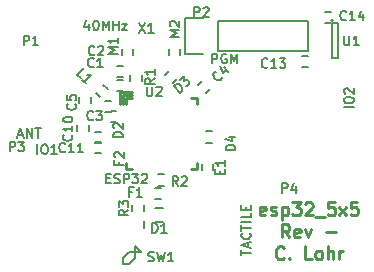
<source format=gto>
G04 #@! TF.FileFunction,Legend,Top*
%FSLAX46Y46*%
G04 Gerber Fmt 4.6, Leading zero omitted, Abs format (unit mm)*
G04 Created by KiCad (PCBNEW 4.0.5-e0-6337~49~ubuntu16.04.1) date Tue May  2 23:34:14 2017*
%MOMM*%
%LPD*%
G01*
G04 APERTURE LIST*
%ADD10C,0.100000*%
%ADD11C,0.200000*%
%ADD12C,0.220000*%
%ADD13C,0.150000*%
%ADD14C,0.250000*%
G04 APERTURE END LIST*
D10*
D11*
X151384000Y-93472000D02*
X151384000Y-92456000D01*
X150876000Y-93980000D02*
X151384000Y-93472000D01*
X150368000Y-93980000D02*
X150876000Y-93980000D01*
X150368000Y-93472000D02*
X150368000Y-93980000D01*
X150876000Y-92964000D02*
X150368000Y-93472000D01*
X151892000Y-92964000D02*
X150876000Y-92964000D01*
X151384000Y-92456000D02*
X151892000Y-92964000D01*
X152160000Y-90880000D02*
X152160000Y-90340000D01*
D12*
X162387143Y-89775238D02*
X162282381Y-89827619D01*
X162072858Y-89827619D01*
X161968096Y-89775238D01*
X161915715Y-89670476D01*
X161915715Y-89251429D01*
X161968096Y-89146667D01*
X162072858Y-89094286D01*
X162282381Y-89094286D01*
X162387143Y-89146667D01*
X162439524Y-89251429D01*
X162439524Y-89356190D01*
X161915715Y-89460952D01*
X162858572Y-89775238D02*
X162963334Y-89827619D01*
X163172858Y-89827619D01*
X163277619Y-89775238D01*
X163330000Y-89670476D01*
X163330000Y-89618095D01*
X163277619Y-89513333D01*
X163172858Y-89460952D01*
X163015715Y-89460952D01*
X162910953Y-89408571D01*
X162858572Y-89303810D01*
X162858572Y-89251429D01*
X162910953Y-89146667D01*
X163015715Y-89094286D01*
X163172858Y-89094286D01*
X163277619Y-89146667D01*
X163801429Y-89094286D02*
X163801429Y-90194286D01*
X163801429Y-89146667D02*
X163906191Y-89094286D01*
X164115714Y-89094286D01*
X164220476Y-89146667D01*
X164272857Y-89199048D01*
X164325238Y-89303810D01*
X164325238Y-89618095D01*
X164272857Y-89722857D01*
X164220476Y-89775238D01*
X164115714Y-89827619D01*
X163906191Y-89827619D01*
X163801429Y-89775238D01*
X164691905Y-88727619D02*
X165372857Y-88727619D01*
X165006191Y-89146667D01*
X165163333Y-89146667D01*
X165268095Y-89199048D01*
X165320476Y-89251429D01*
X165372857Y-89356190D01*
X165372857Y-89618095D01*
X165320476Y-89722857D01*
X165268095Y-89775238D01*
X165163333Y-89827619D01*
X164849048Y-89827619D01*
X164744286Y-89775238D01*
X164691905Y-89722857D01*
X165791905Y-88832381D02*
X165844286Y-88780000D01*
X165949048Y-88727619D01*
X166210952Y-88727619D01*
X166315714Y-88780000D01*
X166368095Y-88832381D01*
X166420476Y-88937143D01*
X166420476Y-89041905D01*
X166368095Y-89199048D01*
X165739524Y-89827619D01*
X166420476Y-89827619D01*
X166630000Y-89932381D02*
X167468095Y-89932381D01*
X168253809Y-88727619D02*
X167730000Y-88727619D01*
X167677619Y-89251429D01*
X167730000Y-89199048D01*
X167834762Y-89146667D01*
X168096666Y-89146667D01*
X168201428Y-89199048D01*
X168253809Y-89251429D01*
X168306190Y-89356190D01*
X168306190Y-89618095D01*
X168253809Y-89722857D01*
X168201428Y-89775238D01*
X168096666Y-89827619D01*
X167834762Y-89827619D01*
X167730000Y-89775238D01*
X167677619Y-89722857D01*
X168672857Y-89827619D02*
X169249047Y-89094286D01*
X168672857Y-89094286D02*
X169249047Y-89827619D01*
X170191904Y-88727619D02*
X169668095Y-88727619D01*
X169615714Y-89251429D01*
X169668095Y-89199048D01*
X169772857Y-89146667D01*
X170034761Y-89146667D01*
X170139523Y-89199048D01*
X170191904Y-89251429D01*
X170244285Y-89356190D01*
X170244285Y-89618095D01*
X170191904Y-89722857D01*
X170139523Y-89775238D01*
X170034761Y-89827619D01*
X169772857Y-89827619D01*
X169668095Y-89775238D01*
X169615714Y-89722857D01*
X164430000Y-91697619D02*
X164063334Y-91173810D01*
X163801429Y-91697619D02*
X163801429Y-90597619D01*
X164220476Y-90597619D01*
X164325238Y-90650000D01*
X164377619Y-90702381D01*
X164430000Y-90807143D01*
X164430000Y-90964286D01*
X164377619Y-91069048D01*
X164325238Y-91121429D01*
X164220476Y-91173810D01*
X163801429Y-91173810D01*
X165320476Y-91645238D02*
X165215714Y-91697619D01*
X165006191Y-91697619D01*
X164901429Y-91645238D01*
X164849048Y-91540476D01*
X164849048Y-91121429D01*
X164901429Y-91016667D01*
X165006191Y-90964286D01*
X165215714Y-90964286D01*
X165320476Y-91016667D01*
X165372857Y-91121429D01*
X165372857Y-91226190D01*
X164849048Y-91330952D01*
X165739524Y-90964286D02*
X166001429Y-91697619D01*
X166263333Y-90964286D01*
X167520476Y-91278571D02*
X168358571Y-91278571D01*
X163958572Y-93462857D02*
X163906191Y-93515238D01*
X163749048Y-93567619D01*
X163644286Y-93567619D01*
X163487144Y-93515238D01*
X163382382Y-93410476D01*
X163330001Y-93305714D01*
X163277620Y-93096190D01*
X163277620Y-92939048D01*
X163330001Y-92729524D01*
X163382382Y-92624762D01*
X163487144Y-92520000D01*
X163644286Y-92467619D01*
X163749048Y-92467619D01*
X163906191Y-92520000D01*
X163958572Y-92572381D01*
X164430001Y-93462857D02*
X164482382Y-93515238D01*
X164430001Y-93567619D01*
X164377620Y-93515238D01*
X164430001Y-93462857D01*
X164430001Y-93567619D01*
X166315715Y-93567619D02*
X165791906Y-93567619D01*
X165791906Y-92467619D01*
X166839525Y-93567619D02*
X166734763Y-93515238D01*
X166682382Y-93462857D01*
X166630001Y-93358095D01*
X166630001Y-93043810D01*
X166682382Y-92939048D01*
X166734763Y-92886667D01*
X166839525Y-92834286D01*
X166996667Y-92834286D01*
X167101429Y-92886667D01*
X167153810Y-92939048D01*
X167206191Y-93043810D01*
X167206191Y-93358095D01*
X167153810Y-93462857D01*
X167101429Y-93515238D01*
X166996667Y-93567619D01*
X166839525Y-93567619D01*
X167677620Y-93567619D02*
X167677620Y-92467619D01*
X168149048Y-93567619D02*
X168149048Y-92991429D01*
X168096667Y-92886667D01*
X167991905Y-92834286D01*
X167834763Y-92834286D01*
X167730001Y-92886667D01*
X167677620Y-92939048D01*
X168672858Y-93567619D02*
X168672858Y-92834286D01*
X168672858Y-93043810D02*
X168725239Y-92939048D01*
X168777620Y-92886667D01*
X168882382Y-92834286D01*
X168987143Y-92834286D01*
D13*
X150340000Y-78345000D02*
X149840000Y-78345000D01*
X149840000Y-79295000D02*
X150340000Y-79295000D01*
X149830000Y-78135000D02*
X150330000Y-78135000D01*
X150330000Y-77185000D02*
X149830000Y-77185000D01*
X148800000Y-81075000D02*
X149300000Y-81075000D01*
X149300000Y-80125000D02*
X148800000Y-80125000D01*
X157369099Y-79462652D02*
X157722652Y-79109099D01*
X157050901Y-78437348D02*
X156697348Y-78790901D01*
X149290000Y-81965000D02*
X149790000Y-81965000D01*
X149790000Y-81015000D02*
X149290000Y-81015000D01*
X153090000Y-88475000D02*
X153590000Y-88475000D01*
X153590000Y-87525000D02*
X153090000Y-87525000D01*
X146655000Y-79810000D02*
X146655000Y-80310000D01*
X147605000Y-80310000D02*
X147605000Y-79810000D01*
X150245000Y-75720000D02*
X150245000Y-76220000D01*
X151195000Y-76220000D02*
X151195000Y-75720000D01*
X155165000Y-76230000D02*
X155165000Y-75730000D01*
X154215000Y-75730000D02*
X154215000Y-76230000D01*
X146485000Y-82180000D02*
X146485000Y-82680000D01*
X147435000Y-82680000D02*
X147435000Y-82180000D01*
X148000000Y-83695000D02*
X148500000Y-83695000D01*
X148500000Y-82745000D02*
X148000000Y-82745000D01*
X157985000Y-86000000D02*
X157985000Y-85500000D01*
X157035000Y-85500000D02*
X157035000Y-86000000D01*
X165470000Y-77265000D02*
X165970000Y-77265000D01*
X165970000Y-76315000D02*
X165470000Y-76315000D01*
X167940000Y-72635000D02*
X167440000Y-72635000D01*
X167440000Y-73585000D02*
X167940000Y-73585000D01*
X148000000Y-84575000D02*
X148500000Y-84575000D01*
X148500000Y-83625000D02*
X148000000Y-83625000D01*
X154260901Y-77637348D02*
X153907348Y-77990901D01*
X154579099Y-78662652D02*
X154932652Y-78309099D01*
X157410000Y-83675000D02*
X157910000Y-83675000D01*
X157910000Y-82725000D02*
X157410000Y-82725000D01*
X153060000Y-89170000D02*
X153760000Y-89170000D01*
X153760000Y-90370000D02*
X153060000Y-90370000D01*
X148017348Y-79439099D02*
X148370901Y-79792652D01*
X149042652Y-79120901D02*
X148689099Y-78767348D01*
X158420000Y-75920000D02*
X166040000Y-75920000D01*
X158420000Y-73380000D02*
X166040000Y-73380000D01*
X155600000Y-73100000D02*
X157150000Y-73100000D01*
X166040000Y-75920000D02*
X166040000Y-73380000D01*
X158420000Y-73380000D02*
X158420000Y-75920000D01*
X157150000Y-76200000D02*
X155600000Y-76200000D01*
X155600000Y-76200000D02*
X155600000Y-73100000D01*
X151985000Y-78460000D02*
X151985000Y-77960000D01*
X150935000Y-77960000D02*
X150935000Y-78460000D01*
X153300000Y-87355000D02*
X153800000Y-87355000D01*
X153800000Y-86305000D02*
X153300000Y-86305000D01*
X152125000Y-89480000D02*
X152125000Y-88980000D01*
X151075000Y-88980000D02*
X151075000Y-89480000D01*
X168130000Y-73320000D02*
G75*
G03X168130000Y-73320000I-100000J0D01*
G01*
X168580000Y-73570000D02*
X168080000Y-73570000D01*
X168580000Y-76470000D02*
X168580000Y-73570000D01*
X168080000Y-76470000D02*
X168580000Y-76470000D01*
X168080000Y-73570000D02*
X168080000Y-76470000D01*
D14*
X151110000Y-85900000D02*
X150610000Y-85900000D01*
X150610000Y-85900000D02*
X150610000Y-85400000D01*
X156610000Y-85400000D02*
X156610000Y-85900000D01*
X156610000Y-85900000D02*
X156110000Y-85900000D01*
X156110000Y-79900000D02*
X156610000Y-79900000D01*
X156610000Y-79900000D02*
X156610000Y-80400000D01*
X151110000Y-79400000D02*
X150110000Y-79400000D01*
X150110000Y-79400000D02*
X150110000Y-80400000D01*
X150360000Y-80400000D02*
X150360000Y-79650000D01*
X150360000Y-79650000D02*
X151110000Y-79650000D01*
X150610000Y-80400000D02*
X150610000Y-79900000D01*
X150610000Y-79900000D02*
X151110000Y-79900000D01*
D13*
X147856667Y-77235714D02*
X147818572Y-77273810D01*
X147704286Y-77311905D01*
X147628096Y-77311905D01*
X147513810Y-77273810D01*
X147437619Y-77197619D01*
X147399524Y-77121429D01*
X147361429Y-76969048D01*
X147361429Y-76854762D01*
X147399524Y-76702381D01*
X147437619Y-76626190D01*
X147513810Y-76550000D01*
X147628096Y-76511905D01*
X147704286Y-76511905D01*
X147818572Y-76550000D01*
X147856667Y-76588095D01*
X148618572Y-77311905D02*
X148161429Y-77311905D01*
X148390000Y-77311905D02*
X148390000Y-76511905D01*
X148313810Y-76626190D01*
X148237619Y-76702381D01*
X148161429Y-76740476D01*
X147926667Y-76205714D02*
X147888572Y-76243810D01*
X147774286Y-76281905D01*
X147698096Y-76281905D01*
X147583810Y-76243810D01*
X147507619Y-76167619D01*
X147469524Y-76091429D01*
X147431429Y-75939048D01*
X147431429Y-75824762D01*
X147469524Y-75672381D01*
X147507619Y-75596190D01*
X147583810Y-75520000D01*
X147698096Y-75481905D01*
X147774286Y-75481905D01*
X147888572Y-75520000D01*
X147926667Y-75558095D01*
X148231429Y-75558095D02*
X148269524Y-75520000D01*
X148345715Y-75481905D01*
X148536191Y-75481905D01*
X148612381Y-75520000D01*
X148650477Y-75558095D01*
X148688572Y-75634286D01*
X148688572Y-75710476D01*
X148650477Y-75824762D01*
X148193334Y-76281905D01*
X148688572Y-76281905D01*
X147816667Y-81715714D02*
X147778572Y-81753810D01*
X147664286Y-81791905D01*
X147588096Y-81791905D01*
X147473810Y-81753810D01*
X147397619Y-81677619D01*
X147359524Y-81601429D01*
X147321429Y-81449048D01*
X147321429Y-81334762D01*
X147359524Y-81182381D01*
X147397619Y-81106190D01*
X147473810Y-81030000D01*
X147588096Y-80991905D01*
X147664286Y-80991905D01*
X147778572Y-81030000D01*
X147816667Y-81068095D01*
X148083334Y-80991905D02*
X148578572Y-80991905D01*
X148311905Y-81296667D01*
X148426191Y-81296667D01*
X148502381Y-81334762D01*
X148540477Y-81372857D01*
X148578572Y-81449048D01*
X148578572Y-81639524D01*
X148540477Y-81715714D01*
X148502381Y-81753810D01*
X148426191Y-81791905D01*
X148197619Y-81791905D01*
X148121429Y-81753810D01*
X148083334Y-81715714D01*
X158707750Y-78116311D02*
X158707750Y-78170186D01*
X158653875Y-78277936D01*
X158600001Y-78331810D01*
X158492251Y-78385685D01*
X158384501Y-78385685D01*
X158303689Y-78358748D01*
X158169002Y-78277936D01*
X158088190Y-78197123D01*
X158007377Y-78062437D01*
X157980439Y-77981624D01*
X157980440Y-77873874D01*
X158034315Y-77766125D01*
X158088190Y-77712250D01*
X158195939Y-77658375D01*
X158249814Y-77658375D01*
X158869374Y-77308189D02*
X159246498Y-77685313D01*
X158519188Y-77227377D02*
X158788562Y-77766125D01*
X159138748Y-77415939D01*
X150301905Y-83230476D02*
X149501905Y-83230476D01*
X149501905Y-83040000D01*
X149540000Y-82925714D01*
X149616190Y-82849523D01*
X149692381Y-82811428D01*
X149844762Y-82773333D01*
X149959048Y-82773333D01*
X150111429Y-82811428D01*
X150187619Y-82849523D01*
X150263810Y-82925714D01*
X150301905Y-83040000D01*
X150301905Y-83230476D01*
X149578095Y-82468571D02*
X149540000Y-82430476D01*
X149501905Y-82354285D01*
X149501905Y-82163809D01*
X149540000Y-82087619D01*
X149578095Y-82049523D01*
X149654286Y-82011428D01*
X149730476Y-82011428D01*
X149844762Y-82049523D01*
X150301905Y-82506666D01*
X150301905Y-82011428D01*
X151123334Y-87832857D02*
X150856667Y-87832857D01*
X150856667Y-88251905D02*
X150856667Y-87451905D01*
X151237620Y-87451905D01*
X151961429Y-88251905D02*
X151504286Y-88251905D01*
X151732857Y-88251905D02*
X151732857Y-87451905D01*
X151656667Y-87566190D01*
X151580476Y-87642381D01*
X151504286Y-87680476D01*
X146305714Y-80383333D02*
X146343810Y-80421428D01*
X146381905Y-80535714D01*
X146381905Y-80611904D01*
X146343810Y-80726190D01*
X146267619Y-80802381D01*
X146191429Y-80840476D01*
X146039048Y-80878571D01*
X145924762Y-80878571D01*
X145772381Y-80840476D01*
X145696190Y-80802381D01*
X145620000Y-80726190D01*
X145581905Y-80611904D01*
X145581905Y-80535714D01*
X145620000Y-80421428D01*
X145658095Y-80383333D01*
X145581905Y-79659523D02*
X145581905Y-80040476D01*
X145962857Y-80078571D01*
X145924762Y-80040476D01*
X145886667Y-79964285D01*
X145886667Y-79773809D01*
X145924762Y-79697619D01*
X145962857Y-79659523D01*
X146039048Y-79621428D01*
X146229524Y-79621428D01*
X146305714Y-79659523D01*
X146343810Y-79697619D01*
X146381905Y-79773809D01*
X146381905Y-79964285D01*
X146343810Y-80040476D01*
X146305714Y-80078571D01*
X149891905Y-76137619D02*
X149091905Y-76137619D01*
X149663333Y-75870952D01*
X149091905Y-75604285D01*
X149891905Y-75604285D01*
X149891905Y-74804285D02*
X149891905Y-75261428D01*
X149891905Y-75032857D02*
X149091905Y-75032857D01*
X149206190Y-75109047D01*
X149282381Y-75185238D01*
X149320476Y-75261428D01*
X155121905Y-74697619D02*
X154321905Y-74697619D01*
X154893333Y-74430952D01*
X154321905Y-74164285D01*
X155121905Y-74164285D01*
X154398095Y-73821428D02*
X154360000Y-73783333D01*
X154321905Y-73707142D01*
X154321905Y-73516666D01*
X154360000Y-73440476D01*
X154398095Y-73402380D01*
X154474286Y-73364285D01*
X154550476Y-73364285D01*
X154664762Y-73402380D01*
X155121905Y-73859523D01*
X155121905Y-73364285D01*
X145985714Y-83014286D02*
X146023810Y-83052381D01*
X146061905Y-83166667D01*
X146061905Y-83242857D01*
X146023810Y-83357143D01*
X145947619Y-83433334D01*
X145871429Y-83471429D01*
X145719048Y-83509524D01*
X145604762Y-83509524D01*
X145452381Y-83471429D01*
X145376190Y-83433334D01*
X145300000Y-83357143D01*
X145261905Y-83242857D01*
X145261905Y-83166667D01*
X145300000Y-83052381D01*
X145338095Y-83014286D01*
X146061905Y-82252381D02*
X146061905Y-82709524D01*
X146061905Y-82480953D02*
X145261905Y-82480953D01*
X145376190Y-82557143D01*
X145452381Y-82633334D01*
X145490476Y-82709524D01*
X145261905Y-81757143D02*
X145261905Y-81680952D01*
X145300000Y-81604762D01*
X145338095Y-81566667D01*
X145414286Y-81528571D01*
X145566667Y-81490476D01*
X145757143Y-81490476D01*
X145909524Y-81528571D01*
X145985714Y-81566667D01*
X146023810Y-81604762D01*
X146061905Y-81680952D01*
X146061905Y-81757143D01*
X146023810Y-81833333D01*
X145985714Y-81871429D01*
X145909524Y-81909524D01*
X145757143Y-81947619D01*
X145566667Y-81947619D01*
X145414286Y-81909524D01*
X145338095Y-81871429D01*
X145300000Y-81833333D01*
X145261905Y-81757143D01*
X145445714Y-84425714D02*
X145407619Y-84463810D01*
X145293333Y-84501905D01*
X145217143Y-84501905D01*
X145102857Y-84463810D01*
X145026666Y-84387619D01*
X144988571Y-84311429D01*
X144950476Y-84159048D01*
X144950476Y-84044762D01*
X144988571Y-83892381D01*
X145026666Y-83816190D01*
X145102857Y-83740000D01*
X145217143Y-83701905D01*
X145293333Y-83701905D01*
X145407619Y-83740000D01*
X145445714Y-83778095D01*
X146207619Y-84501905D02*
X145750476Y-84501905D01*
X145979047Y-84501905D02*
X145979047Y-83701905D01*
X145902857Y-83816190D01*
X145826666Y-83892381D01*
X145750476Y-83930476D01*
X146969524Y-84501905D02*
X146512381Y-84501905D01*
X146740952Y-84501905D02*
X146740952Y-83701905D01*
X146664762Y-83816190D01*
X146588571Y-83892381D01*
X146512381Y-83930476D01*
X158542857Y-86312381D02*
X158542857Y-86045714D01*
X158961905Y-85931428D02*
X158961905Y-86312381D01*
X158161905Y-86312381D01*
X158161905Y-85931428D01*
X158961905Y-85169523D02*
X158961905Y-85626666D01*
X158961905Y-85398095D02*
X158161905Y-85398095D01*
X158276190Y-85474285D01*
X158352381Y-85550476D01*
X158390476Y-85626666D01*
X162565714Y-77275714D02*
X162527619Y-77313810D01*
X162413333Y-77351905D01*
X162337143Y-77351905D01*
X162222857Y-77313810D01*
X162146666Y-77237619D01*
X162108571Y-77161429D01*
X162070476Y-77009048D01*
X162070476Y-76894762D01*
X162108571Y-76742381D01*
X162146666Y-76666190D01*
X162222857Y-76590000D01*
X162337143Y-76551905D01*
X162413333Y-76551905D01*
X162527619Y-76590000D01*
X162565714Y-76628095D01*
X163327619Y-77351905D02*
X162870476Y-77351905D01*
X163099047Y-77351905D02*
X163099047Y-76551905D01*
X163022857Y-76666190D01*
X162946666Y-76742381D01*
X162870476Y-76780476D01*
X163594286Y-76551905D02*
X164089524Y-76551905D01*
X163822857Y-76856667D01*
X163937143Y-76856667D01*
X164013333Y-76894762D01*
X164051429Y-76932857D01*
X164089524Y-77009048D01*
X164089524Y-77199524D01*
X164051429Y-77275714D01*
X164013333Y-77313810D01*
X163937143Y-77351905D01*
X163708571Y-77351905D01*
X163632381Y-77313810D01*
X163594286Y-77275714D01*
X169225714Y-73255714D02*
X169187619Y-73293810D01*
X169073333Y-73331905D01*
X168997143Y-73331905D01*
X168882857Y-73293810D01*
X168806666Y-73217619D01*
X168768571Y-73141429D01*
X168730476Y-72989048D01*
X168730476Y-72874762D01*
X168768571Y-72722381D01*
X168806666Y-72646190D01*
X168882857Y-72570000D01*
X168997143Y-72531905D01*
X169073333Y-72531905D01*
X169187619Y-72570000D01*
X169225714Y-72608095D01*
X169987619Y-73331905D02*
X169530476Y-73331905D01*
X169759047Y-73331905D02*
X169759047Y-72531905D01*
X169682857Y-72646190D01*
X169606666Y-72722381D01*
X169530476Y-72760476D01*
X170673333Y-72798571D02*
X170673333Y-73331905D01*
X170482857Y-72493810D02*
X170292381Y-73065238D01*
X170787619Y-73065238D01*
X149992857Y-85286666D02*
X149992857Y-85553333D01*
X150411905Y-85553333D02*
X149611905Y-85553333D01*
X149611905Y-85172380D01*
X149688095Y-84905714D02*
X149650000Y-84867619D01*
X149611905Y-84791428D01*
X149611905Y-84600952D01*
X149650000Y-84524762D01*
X149688095Y-84486666D01*
X149764286Y-84448571D01*
X149840476Y-84448571D01*
X149954762Y-84486666D01*
X150411905Y-84943809D01*
X150411905Y-84448571D01*
X155188376Y-79473435D02*
X154622690Y-78907750D01*
X154757377Y-78773063D01*
X154865127Y-78719188D01*
X154972877Y-78719187D01*
X155053689Y-78746125D01*
X155188376Y-78826937D01*
X155269188Y-78907750D01*
X155350001Y-79042437D01*
X155376938Y-79123248D01*
X155376938Y-79230999D01*
X155323063Y-79338748D01*
X155188376Y-79473435D01*
X155134501Y-78395939D02*
X155484688Y-78045753D01*
X155511625Y-78449814D01*
X155592437Y-78369001D01*
X155673249Y-78342064D01*
X155727124Y-78342064D01*
X155807936Y-78369001D01*
X155942623Y-78503688D01*
X155969561Y-78584500D01*
X155969561Y-78638376D01*
X155942623Y-78719188D01*
X155780999Y-78880812D01*
X155700187Y-78907750D01*
X155646312Y-78907749D01*
X159851905Y-84330476D02*
X159051905Y-84330476D01*
X159051905Y-84140000D01*
X159090000Y-84025714D01*
X159166190Y-83949523D01*
X159242381Y-83911428D01*
X159394762Y-83873333D01*
X159509048Y-83873333D01*
X159661429Y-83911428D01*
X159737619Y-83949523D01*
X159813810Y-84025714D01*
X159851905Y-84140000D01*
X159851905Y-84330476D01*
X159318571Y-83187619D02*
X159851905Y-83187619D01*
X159013810Y-83378095D02*
X159585238Y-83568571D01*
X159585238Y-83073333D01*
X152825524Y-91293905D02*
X152825524Y-90493905D01*
X153016000Y-90493905D01*
X153130286Y-90532000D01*
X153206477Y-90608190D01*
X153244572Y-90684381D01*
X153282667Y-90836762D01*
X153282667Y-90951048D01*
X153244572Y-91103429D01*
X153206477Y-91179619D01*
X153130286Y-91255810D01*
X153016000Y-91293905D01*
X152825524Y-91293905D01*
X154044572Y-91293905D02*
X153587429Y-91293905D01*
X153816000Y-91293905D02*
X153816000Y-90493905D01*
X153739810Y-90608190D01*
X153663619Y-90684381D01*
X153587429Y-90722476D01*
X146749814Y-78181625D02*
X146480439Y-77912250D01*
X147046125Y-77346565D01*
X147234687Y-78666498D02*
X146911438Y-78343249D01*
X147073062Y-78504873D02*
X147638747Y-77939188D01*
X147504061Y-77966125D01*
X147396311Y-77966125D01*
X147315499Y-77939188D01*
X141939524Y-75421905D02*
X141939524Y-74621905D01*
X142244286Y-74621905D01*
X142320477Y-74660000D01*
X142358572Y-74698095D01*
X142396667Y-74774286D01*
X142396667Y-74888571D01*
X142358572Y-74964762D01*
X142320477Y-75002857D01*
X142244286Y-75040952D01*
X141939524Y-75040952D01*
X143158572Y-75421905D02*
X142701429Y-75421905D01*
X142930000Y-75421905D02*
X142930000Y-74621905D01*
X142853810Y-74736190D01*
X142777619Y-74812381D01*
X142701429Y-74850476D01*
X141465715Y-83043333D02*
X141846667Y-83043333D01*
X141389524Y-83271905D02*
X141656191Y-82471905D01*
X141922858Y-83271905D01*
X142189524Y-83271905D02*
X142189524Y-82471905D01*
X142646667Y-83271905D01*
X142646667Y-82471905D01*
X142913333Y-82471905D02*
X143370476Y-82471905D01*
X143141905Y-83271905D02*
X143141905Y-82471905D01*
X156381524Y-73005905D02*
X156381524Y-72205905D01*
X156686286Y-72205905D01*
X156762477Y-72244000D01*
X156800572Y-72282095D01*
X156838667Y-72358286D01*
X156838667Y-72472571D01*
X156800572Y-72548762D01*
X156762477Y-72586857D01*
X156686286Y-72624952D01*
X156381524Y-72624952D01*
X157143429Y-72282095D02*
X157181524Y-72244000D01*
X157257715Y-72205905D01*
X157448191Y-72205905D01*
X157524381Y-72244000D01*
X157562477Y-72282095D01*
X157600572Y-72358286D01*
X157600572Y-72434476D01*
X157562477Y-72548762D01*
X157105334Y-73005905D01*
X157600572Y-73005905D01*
X157883333Y-76961905D02*
X157883333Y-76161905D01*
X158188095Y-76161905D01*
X158264286Y-76200000D01*
X158302381Y-76238095D01*
X158340476Y-76314286D01*
X158340476Y-76428571D01*
X158302381Y-76504762D01*
X158264286Y-76542857D01*
X158188095Y-76580952D01*
X157883333Y-76580952D01*
X159102381Y-76200000D02*
X159026190Y-76161905D01*
X158911905Y-76161905D01*
X158797619Y-76200000D01*
X158721428Y-76276190D01*
X158683333Y-76352381D01*
X158645238Y-76504762D01*
X158645238Y-76619048D01*
X158683333Y-76771429D01*
X158721428Y-76847619D01*
X158797619Y-76923810D01*
X158911905Y-76961905D01*
X158988095Y-76961905D01*
X159102381Y-76923810D01*
X159140476Y-76885714D01*
X159140476Y-76619048D01*
X158988095Y-76619048D01*
X159483333Y-76961905D02*
X159483333Y-76161905D01*
X159750000Y-76733333D01*
X160016667Y-76161905D01*
X160016667Y-76961905D01*
X140759524Y-84411905D02*
X140759524Y-83611905D01*
X141064286Y-83611905D01*
X141140477Y-83650000D01*
X141178572Y-83688095D01*
X141216667Y-83764286D01*
X141216667Y-83878571D01*
X141178572Y-83954762D01*
X141140477Y-83992857D01*
X141064286Y-84030952D01*
X140759524Y-84030952D01*
X141483334Y-83611905D02*
X141978572Y-83611905D01*
X141711905Y-83916667D01*
X141826191Y-83916667D01*
X141902381Y-83954762D01*
X141940477Y-83992857D01*
X141978572Y-84069048D01*
X141978572Y-84259524D01*
X141940477Y-84335714D01*
X141902381Y-84373810D01*
X141826191Y-84411905D01*
X141597619Y-84411905D01*
X141521429Y-84373810D01*
X141483334Y-84335714D01*
X143100000Y-84631905D02*
X143100000Y-83831905D01*
X143633333Y-83831905D02*
X143785714Y-83831905D01*
X143861905Y-83870000D01*
X143938095Y-83946190D01*
X143976190Y-84098571D01*
X143976190Y-84365238D01*
X143938095Y-84517619D01*
X143861905Y-84593810D01*
X143785714Y-84631905D01*
X143633333Y-84631905D01*
X143557143Y-84593810D01*
X143480952Y-84517619D01*
X143442857Y-84365238D01*
X143442857Y-84098571D01*
X143480952Y-83946190D01*
X143557143Y-83870000D01*
X143633333Y-83831905D01*
X144738095Y-84631905D02*
X144280952Y-84631905D01*
X144509523Y-84631905D02*
X144509523Y-83831905D01*
X144433333Y-83946190D01*
X144357142Y-84022381D01*
X144280952Y-84060476D01*
X163839524Y-87921905D02*
X163839524Y-87121905D01*
X164144286Y-87121905D01*
X164220477Y-87160000D01*
X164258572Y-87198095D01*
X164296667Y-87274286D01*
X164296667Y-87388571D01*
X164258572Y-87464762D01*
X164220477Y-87502857D01*
X164144286Y-87540952D01*
X163839524Y-87540952D01*
X164982381Y-87388571D02*
X164982381Y-87921905D01*
X164791905Y-87083810D02*
X164601429Y-87655238D01*
X165096667Y-87655238D01*
X169861905Y-80700000D02*
X169061905Y-80700000D01*
X169061905Y-80166667D02*
X169061905Y-80014286D01*
X169100000Y-79938095D01*
X169176190Y-79861905D01*
X169328571Y-79823810D01*
X169595238Y-79823810D01*
X169747619Y-79861905D01*
X169823810Y-79938095D01*
X169861905Y-80014286D01*
X169861905Y-80166667D01*
X169823810Y-80242857D01*
X169747619Y-80319048D01*
X169595238Y-80357143D01*
X169328571Y-80357143D01*
X169176190Y-80319048D01*
X169100000Y-80242857D01*
X169061905Y-80166667D01*
X169138095Y-79519048D02*
X169100000Y-79480953D01*
X169061905Y-79404762D01*
X169061905Y-79214286D01*
X169100000Y-79138096D01*
X169138095Y-79100000D01*
X169214286Y-79061905D01*
X169290476Y-79061905D01*
X169404762Y-79100000D01*
X169861905Y-79557143D01*
X169861905Y-79061905D01*
X153021905Y-78243333D02*
X152640952Y-78510000D01*
X153021905Y-78700476D02*
X152221905Y-78700476D01*
X152221905Y-78395714D01*
X152260000Y-78319523D01*
X152298095Y-78281428D01*
X152374286Y-78243333D01*
X152488571Y-78243333D01*
X152564762Y-78281428D01*
X152602857Y-78319523D01*
X152640952Y-78395714D01*
X152640952Y-78700476D01*
X153021905Y-77481428D02*
X153021905Y-77938571D01*
X153021905Y-77710000D02*
X152221905Y-77710000D01*
X152336190Y-77786190D01*
X152412381Y-77862381D01*
X152450476Y-77938571D01*
X155006667Y-87321905D02*
X154740000Y-86940952D01*
X154549524Y-87321905D02*
X154549524Y-86521905D01*
X154854286Y-86521905D01*
X154930477Y-86560000D01*
X154968572Y-86598095D01*
X155006667Y-86674286D01*
X155006667Y-86788571D01*
X154968572Y-86864762D01*
X154930477Y-86902857D01*
X154854286Y-86940952D01*
X154549524Y-86940952D01*
X155311429Y-86598095D02*
X155349524Y-86560000D01*
X155425715Y-86521905D01*
X155616191Y-86521905D01*
X155692381Y-86560000D01*
X155730477Y-86598095D01*
X155768572Y-86674286D01*
X155768572Y-86750476D01*
X155730477Y-86864762D01*
X155273334Y-87321905D01*
X155768572Y-87321905D01*
X150801905Y-89363333D02*
X150420952Y-89630000D01*
X150801905Y-89820476D02*
X150001905Y-89820476D01*
X150001905Y-89515714D01*
X150040000Y-89439523D01*
X150078095Y-89401428D01*
X150154286Y-89363333D01*
X150268571Y-89363333D01*
X150344762Y-89401428D01*
X150382857Y-89439523D01*
X150420952Y-89515714D01*
X150420952Y-89820476D01*
X150001905Y-89096666D02*
X150001905Y-88601428D01*
X150306667Y-88868095D01*
X150306667Y-88753809D01*
X150344762Y-88677619D01*
X150382857Y-88639523D01*
X150459048Y-88601428D01*
X150649524Y-88601428D01*
X150725714Y-88639523D01*
X150763810Y-88677619D01*
X150801905Y-88753809D01*
X150801905Y-88982381D01*
X150763810Y-89058571D01*
X150725714Y-89096666D01*
X152473333Y-93693810D02*
X152587619Y-93731905D01*
X152778095Y-93731905D01*
X152854285Y-93693810D01*
X152892381Y-93655714D01*
X152930476Y-93579524D01*
X152930476Y-93503333D01*
X152892381Y-93427143D01*
X152854285Y-93389048D01*
X152778095Y-93350952D01*
X152625714Y-93312857D01*
X152549523Y-93274762D01*
X152511428Y-93236667D01*
X152473333Y-93160476D01*
X152473333Y-93084286D01*
X152511428Y-93008095D01*
X152549523Y-92970000D01*
X152625714Y-92931905D01*
X152816190Y-92931905D01*
X152930476Y-92970000D01*
X153197143Y-92931905D02*
X153387619Y-93731905D01*
X153540000Y-93160476D01*
X153692381Y-93731905D01*
X153882857Y-92931905D01*
X154606667Y-93731905D02*
X154149524Y-93731905D01*
X154378095Y-93731905D02*
X154378095Y-92931905D01*
X154301905Y-93046190D01*
X154225714Y-93122381D01*
X154149524Y-93160476D01*
X160361905Y-93212381D02*
X160361905Y-92755238D01*
X161161905Y-92983809D02*
X160361905Y-92983809D01*
X160933333Y-92526666D02*
X160933333Y-92145714D01*
X161161905Y-92602857D02*
X160361905Y-92336190D01*
X161161905Y-92069523D01*
X161085714Y-91345714D02*
X161123810Y-91383809D01*
X161161905Y-91498095D01*
X161161905Y-91574285D01*
X161123810Y-91688571D01*
X161047619Y-91764762D01*
X160971429Y-91802857D01*
X160819048Y-91840952D01*
X160704762Y-91840952D01*
X160552381Y-91802857D01*
X160476190Y-91764762D01*
X160400000Y-91688571D01*
X160361905Y-91574285D01*
X160361905Y-91498095D01*
X160400000Y-91383809D01*
X160438095Y-91345714D01*
X160361905Y-91117143D02*
X160361905Y-90660000D01*
X161161905Y-90888571D02*
X160361905Y-90888571D01*
X161161905Y-90393333D02*
X160361905Y-90393333D01*
X161161905Y-89631428D02*
X161161905Y-90012381D01*
X160361905Y-90012381D01*
X160742857Y-89364762D02*
X160742857Y-89098095D01*
X161161905Y-88983809D02*
X161161905Y-89364762D01*
X160361905Y-89364762D01*
X160361905Y-88983809D01*
X151692381Y-73551905D02*
X152225714Y-74351905D01*
X152225714Y-73551905D02*
X151692381Y-74351905D01*
X152949524Y-74351905D02*
X152492381Y-74351905D01*
X152720952Y-74351905D02*
X152720952Y-73551905D01*
X152644762Y-73666190D01*
X152568571Y-73742381D01*
X152492381Y-73780476D01*
X147431428Y-73608571D02*
X147431428Y-74141905D01*
X147240952Y-73303810D02*
X147050476Y-73875238D01*
X147545714Y-73875238D01*
X148002857Y-73341905D02*
X148079048Y-73341905D01*
X148155238Y-73380000D01*
X148193333Y-73418095D01*
X148231429Y-73494286D01*
X148269524Y-73646667D01*
X148269524Y-73837143D01*
X148231429Y-73989524D01*
X148193333Y-74065714D01*
X148155238Y-74103810D01*
X148079048Y-74141905D01*
X148002857Y-74141905D01*
X147926667Y-74103810D01*
X147888571Y-74065714D01*
X147850476Y-73989524D01*
X147812381Y-73837143D01*
X147812381Y-73646667D01*
X147850476Y-73494286D01*
X147888571Y-73418095D01*
X147926667Y-73380000D01*
X148002857Y-73341905D01*
X148612381Y-74141905D02*
X148612381Y-73341905D01*
X148879048Y-73913333D01*
X149145715Y-73341905D01*
X149145715Y-74141905D01*
X149526667Y-74141905D02*
X149526667Y-73341905D01*
X149526667Y-73722857D02*
X149983810Y-73722857D01*
X149983810Y-74141905D02*
X149983810Y-73341905D01*
X150288572Y-73608571D02*
X150707619Y-73608571D01*
X150288572Y-74141905D01*
X150707619Y-74141905D01*
X169060476Y-74641905D02*
X169060476Y-75289524D01*
X169098571Y-75365714D01*
X169136667Y-75403810D01*
X169212857Y-75441905D01*
X169365238Y-75441905D01*
X169441429Y-75403810D01*
X169479524Y-75365714D01*
X169517619Y-75289524D01*
X169517619Y-74641905D01*
X170317619Y-75441905D02*
X169860476Y-75441905D01*
X170089047Y-75441905D02*
X170089047Y-74641905D01*
X170012857Y-74756190D01*
X169936666Y-74832381D01*
X169860476Y-74870476D01*
X152350476Y-78931905D02*
X152350476Y-79579524D01*
X152388571Y-79655714D01*
X152426667Y-79693810D01*
X152502857Y-79731905D01*
X152655238Y-79731905D01*
X152731429Y-79693810D01*
X152769524Y-79655714D01*
X152807619Y-79579524D01*
X152807619Y-78931905D01*
X153150476Y-79008095D02*
X153188571Y-78970000D01*
X153264762Y-78931905D01*
X153455238Y-78931905D01*
X153531428Y-78970000D01*
X153569524Y-79008095D01*
X153607619Y-79084286D01*
X153607619Y-79160476D01*
X153569524Y-79274762D01*
X153112381Y-79731905D01*
X153607619Y-79731905D01*
X148935714Y-86702857D02*
X149202381Y-86702857D01*
X149316667Y-87121905D02*
X148935714Y-87121905D01*
X148935714Y-86321905D01*
X149316667Y-86321905D01*
X149621429Y-87083810D02*
X149735715Y-87121905D01*
X149926191Y-87121905D01*
X150002381Y-87083810D01*
X150040477Y-87045714D01*
X150078572Y-86969524D01*
X150078572Y-86893333D01*
X150040477Y-86817143D01*
X150002381Y-86779048D01*
X149926191Y-86740952D01*
X149773810Y-86702857D01*
X149697619Y-86664762D01*
X149659524Y-86626667D01*
X149621429Y-86550476D01*
X149621429Y-86474286D01*
X149659524Y-86398095D01*
X149697619Y-86360000D01*
X149773810Y-86321905D01*
X149964286Y-86321905D01*
X150078572Y-86360000D01*
X150421429Y-87121905D02*
X150421429Y-86321905D01*
X150726191Y-86321905D01*
X150802382Y-86360000D01*
X150840477Y-86398095D01*
X150878572Y-86474286D01*
X150878572Y-86588571D01*
X150840477Y-86664762D01*
X150802382Y-86702857D01*
X150726191Y-86740952D01*
X150421429Y-86740952D01*
X151145239Y-86321905D02*
X151640477Y-86321905D01*
X151373810Y-86626667D01*
X151488096Y-86626667D01*
X151564286Y-86664762D01*
X151602382Y-86702857D01*
X151640477Y-86779048D01*
X151640477Y-86969524D01*
X151602382Y-87045714D01*
X151564286Y-87083810D01*
X151488096Y-87121905D01*
X151259524Y-87121905D01*
X151183334Y-87083810D01*
X151145239Y-87045714D01*
X151945239Y-86398095D02*
X151983334Y-86360000D01*
X152059525Y-86321905D01*
X152250001Y-86321905D01*
X152326191Y-86360000D01*
X152364287Y-86398095D01*
X152402382Y-86474286D01*
X152402382Y-86550476D01*
X152364287Y-86664762D01*
X151907144Y-87121905D01*
X152402382Y-87121905D01*
M02*

</source>
